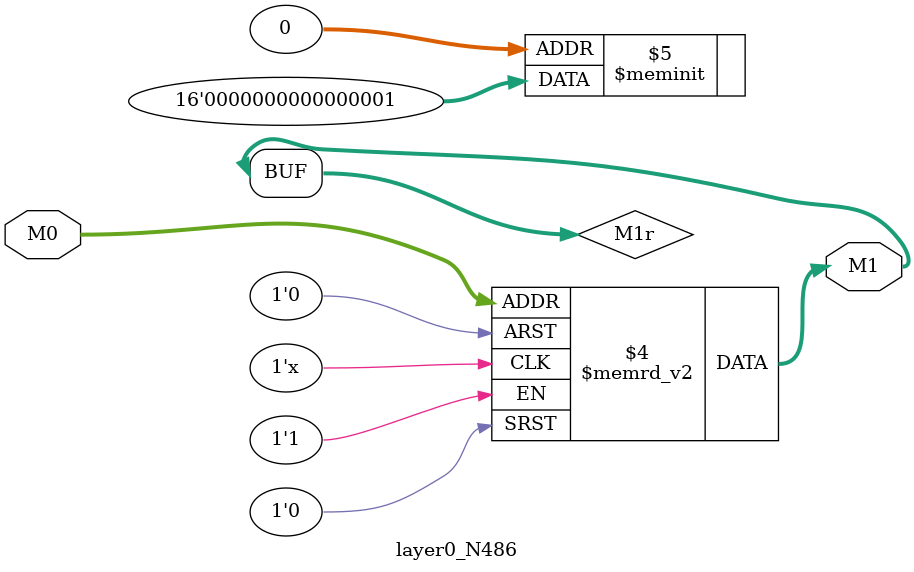
<source format=v>
module layer0_N486 ( input [2:0] M0, output [1:0] M1 );

	(*rom_style = "distributed" *) reg [1:0] M1r;
	assign M1 = M1r;
	always @ (M0) begin
		case (M0)
			3'b000: M1r = 2'b01;
			3'b100: M1r = 2'b00;
			3'b010: M1r = 2'b00;
			3'b110: M1r = 2'b00;
			3'b001: M1r = 2'b00;
			3'b101: M1r = 2'b00;
			3'b011: M1r = 2'b00;
			3'b111: M1r = 2'b00;

		endcase
	end
endmodule

</source>
